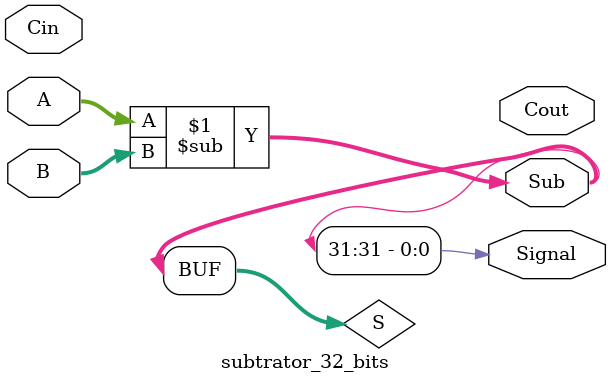
<source format=v>
module subtrator_32_bits (A, B, Cin, Sub, Cout, Signal);

/*
input wire [31:0] A;
input wire [31:0] B;
input wire Cin;
wire [31:0] S;
wire [31:0] S_n;
output [31:0] Sub;

output wire Cout;
output wire Signal;
wire carry_0, carry_1, carr_2, carr_3, carr_4, carr_5, carr_6, carr_7, carr_8, carr_9, carr_10,
		carr_11, carr_12, carr_13, carr_14, carr_15, carr_16, carr_17, carr_18, carr_19, carr_20,
		carr_21, carr_22, carr_23, carr_24, carr_25, carr_26, carr_27, carr_28, carr_29, carr_30,
		carr_31;


subtrator_completo U1  (A[0],  B[0],  Cin,		S[0],  carry_0);
subtrator_completo U2  (A[1],  B[1],  carry_0,  S[1],  carry_1);
subtrator_completo U3  (A[2],  B[2],  carry_1,  S[2],  carry_2);
subtrator_completo U4  (A[3],  B[3],  carry_2,  S[3],  carry_3);
subtrator_completo U5  (A[4],  B[4],  carry_3,  S[4],  carry_4);
subtrator_completo U6  (A[5],  B[5],  carry_4,  S[5],  carry_5);
subtrator_completo U7  (A[6],  B[6],  carry_5,  S[6],  carry_6);
subtrator_completo U8  (A[7],  B[7],  carry_6,  S[7],  carry_7);
subtrator_completo U9  (A[8],  B[8],  carry_7,  S[8],  carry_8);
subtrator_completo U10 (A[9],  B[9],  carry_8,  S[9],  carry_9);
subtrator_completo U11 (A[10], B[10], carry_9,  S[10], carry_10);
subtrator_completo U12 (A[11], B[11], carry_10, S[11], carry_11);
subtrator_completo U13 (A[12], B[12], carry_11, S[12], carry_12);
subtrator_completo U14 (A[13], B[13], carry_12, S[13], carry_13);
subtrator_completo U15 (A[14], B[14], carry_13, S[14], carry_14);
subtrator_completo U16 (A[15], B[15], carry_14, S[15], carry_15);
subtrator_completo U17 (A[16], B[16], carry_15, S[16], carry_16);
subtrator_completo U18 (A[17], B[17], carry_16, S[17], carry_17);
subtrator_completo U19 (A[18], B[18], carry_17, S[18], carry_18);
subtrator_completo U20 (A[19], B[19], carry_18, S[19], carry_19);
subtrator_completo U21 (A[20], B[20], carry_19, S[20], carry_20);
subtrator_completo U22 (A[21], B[21], carry_20, S[21], carry_21);
subtrator_completo U23 (A[22], B[22], carry_21, S[22], carry_22);
subtrator_completo U24 (A[23], B[23], carry_22, S[23], carry_23);
subtrator_completo U25 (A[24], B[24], carry_23, S[24], carry_24);
subtrator_completo U26 (A[25], B[25], carry_24, S[25], carry_25);
subtrator_completo U27 (A[26], B[26], carry_25, S[26], carry_26);
subtrator_completo U28 (A[27], B[27], carry_26, S[27], carry_27);
subtrator_completo U29 (A[28], B[28], carry_27, S[28], carry_28);
subtrator_completo U30 (A[29], B[29], carry_28, S[29], carry_29);
subtrator_completo U31 (A[30], B[30], carry_29, S[30], carry_30);
subtrator_completo U32 (A[31], B[31], carry_30, S[31], carry_31);

assign S_n[31:0] = ~S[31:0];

somador_32_bits U35 (S_n[31:0], 32'b1, 0, Sub[31:0], Cout, Signal);
*/
//assign Cout = carry_31;
//assign Signal = Sub[31];


/*
module subtrator_32_bits (A, B, Cin, S, Cout, Signal);

input wire [31:0] A;
input wire [31:0] B;
input wire Cin;
output [31:0] S;
wire Cout_B_complemento_2, Signa_B_complemento_2;
output wire Signal, Cout;
wire [31:0] B_n;
wire [31:0] B_complemento_2;

//complemento a 1
//not U1 (B_n[31:0],B[31:0]);
not_32_bits U1 (B_n, B);
//complemento a 2

//somador_completo U2 (B_n[31:0], 32'b1, 0, B_complemento_2[31:0], );
//subtração
//somador_completo (A, B, Cin, Soma, Cout);
somador_32_bits U3 (A[31:0], B_n[31:0], 1, S[31:0], Cout, Signal);

*/

input wire [31:0] A;
input wire [31:0] B;
input wire Cin;
output [31:0] Sub;
wire Cout_B_complemento_2, Signa_B_complemento_2;
output wire Signal, Cout;
wire [31:0] S;

assign S[31:0] = A[31:0]-B[31:0];
assign Signal = S[31];
assign Sub[31:0] = S[31:0];

endmodule
</source>
